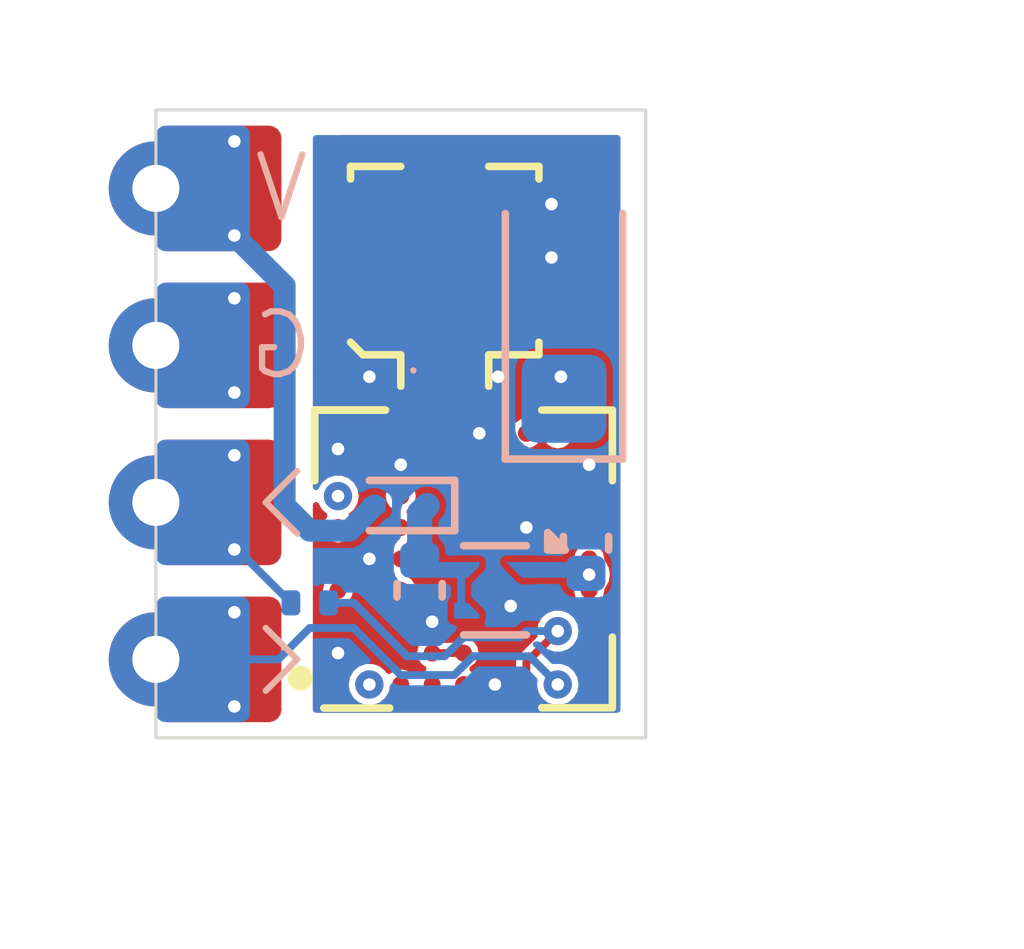
<source format=kicad_pcb>
(kicad_pcb (version 20240108) (generator "pcbnew") (generator_version "8.0")
  (layers (0 "F.Cu" signal) (1 "In1.Cu" signal) (2 "In2.Cu" signal) (31 "B.Cu" signal) (34 "B.Paste" user) (35 "F.Paste" user) (36 "B.SilkS" user "B.Silkscreen") (37 "F.SilkS" user "F.Silkscreen") (38 "B.Mask" user) (39 "F.Mask" user) (44 "Edge.Cuts" user))
  (net 0 "")
  (net 1 "GND")
  (net 2 "+5V")
  (net 3 "+3V3")
  (net 4 "Net-(D1-A)")
  (net 5 "Net-(J1-In)")
  (net 6 "Net-(R1-Pad1)")
  (net 7 "GNSS_Tx")
  (net 8 "GNSS_Rx")
  (net 9 "Net-(U1-Reserved-PadD2)")
  (net 28 "Net-(D2-K)")
  (net 29 "Net-(D2-A)")
  (footprint "PicoM10:solderpad_castellated_2x2mm" (layer "F.Cu") (at 100 100)
    (property "Reference" "TP4" (hide yes))
    (property "Value" "Rx_in")
    (pad "1" thru_hole circle (at 0 0) (size 1.5 1.5) (drill 0.75) (layers "*.Cu" "*.Mask") (net 8 "GNSS_Rx"))
    (pad "1" smd roundrect (at 0.75 0) (size 1.5 2) (layers "B.Cu" "B.Mask") (roundrect_rratio 0.1) (net 8 "GNSS_Rx"))
    (pad "1" smd roundrect (at 1 0) (size 2 2) (layers "F.Cu" "F.Mask") (roundrect_rratio 0.1) (net 8 "GNSS_Rx"))
  )
  (footprint "Connector_Coaxial:U.FL_Molex_MCRF_73412-0110_Vertical" (layer "F.Cu") (at 104.6 93.65)
    (property "Reference" "J1" (hide yes))
    (property "Value" "Conn_Coaxial")
    (fp_line (start -1.5 -1.5) (end -0.7 -1.5) (stroke (width 0.12)) (layer "F.SilkS"))
    (fp_line (start -1.5 -1.3) (end -1.5 -1.5) (stroke (width 0.12)) (layer "F.SilkS"))
    (fp_line (start -1.3 1.5) (end -1.5 1.3) (stroke (width 0.12)) (layer "F.SilkS"))
    (fp_line (start -0.7 1.5) (end -1.3 1.5) (stroke (width 0.12)) (layer "F.SilkS"))
    (fp_line (start -0.7 1.5) (end -0.7 2) (stroke (width 0.12)) (layer "F.SilkS"))
    (fp_line (start 0.7 -1.5) (end 1.5 -1.5) (stroke (width 0.12)) (layer "F.SilkS"))
    (fp_line (start 0.7 1.5) (end 0.7 2) (stroke (width 0.12)) (layer "F.SilkS"))
    (fp_line (start 1.5 -1.5) (end 1.5 -1.3) (stroke (width 0.12)) (layer "F.SilkS"))
    (fp_line (start 1.5 1.3) (end 1.5 1.5) (stroke (width 0.12)) (layer "F.SilkS"))
    (fp_line (start 1.5 1.5) (end 0.7 1.5) (stroke (width 0.12)) (layer "F.SilkS"))
    (pad "1" smd rect (at 0 1.5) (size 1 1) (layers "F.Cu" "F.Paste" "F.Mask") (net 5 "Net-(J1-In)"))
    (pad "2" smd rect (at -1.475 0) (size 1.05 2.2) (layers "F.Cu" "F.Paste" "F.Mask") (net 1 "GND"))
    (pad "2" smd rect (at 0 -1.5) (size 1 1) (layers "F.Cu" "F.Paste" "F.Mask") (net 1 "GND"))
    (pad "2" smd rect (at 1.475 0) (size 1.05 2.2) (layers "F.Cu" "F.Paste" "F.Mask") (net 1 "GND"))
  )
  (footprint "PicoM10:solderpad_castellated_2x2mm" (layer "F.Cu") (at 100 95)
    (property "Reference" "TP2" (hide yes))
    (property "Value" "Gnd")
    (pad "1" thru_hole circle (at 0 0) (size 1.5 1.5) (drill 0.75) (layers "*.Cu" "*.Mask") (net 1 "GND"))
    (pad "1" smd roundrect (at 0.75 0) (size 1.5 2) (layers "B.Cu" "B.Mask") (roundrect_rratio 0.1) (net 1 "GND"))
    (pad "1" smd roundrect (at 1 0) (size 2 2) (layers "F.Cu" "F.Mask") (roundrect_rratio 0.1) (net 1 "GND"))
  )
  (footprint "PicoM10:solderpad_castellated_2x2mm" (layer "F.Cu") (at 100 97.5)
    (property "Reference" "TP3" (hide yes))
    (property "Value" "Tx_out")
    (pad "1" thru_hole circle (at 0 0) (size 1.5 1.5) (drill 0.75) (layers "*.Cu" "*.Mask") (net 6 "Net-(R1-Pad1)"))
    (pad "1" smd roundrect (at 0.75 0) (size 1.5 2) (layers "B.Cu" "B.Mask") (roundrect_rratio 0.1) (net 6 "Net-(R1-Pad1)"))
    (pad "1" smd roundrect (at 1 0) (size 2 2) (layers "F.Cu" "F.Mask") (roundrect_rratio 0.1) (net 6 "Net-(R1-Pad1)"))
  )
  (footprint "PicoM10:solderpad_castellated_2x2mm" (layer "F.Cu") (at 100 92.5)
    (property "Reference" "TP1" (hide yes))
    (property "Value" "Vin")
    (pad "1" thru_hole circle (at 0 0) (size 1.5 1.5) (drill 0.75) (layers "*.Cu" "*.Mask") (net 4 "Net-(D1-A)"))
    (pad "1" smd roundrect (at 0.75 0) (size 1.5 2) (layers "B.Cu" "B.Mask") (roundrect_rratio 0.1) (net 4 "Net-(D1-A)"))
    (pad "1" smd roundrect (at 1 0) (size 2 2) (layers "F.Cu" "F.Mask") (roundrect_rratio 0.1) (net 4 "Net-(D1-A)"))
  )
  (footprint "PicoM10:SLGA-53_MIA-M10Q" (layer "F.Cu") (at 104.9 98.4 90)
    (property "Reference" "U1" (hide yes))
    (property "Value" "MIA-M10Q")
    (fp_line (start 2.37 -2.37) (end 2.37 -1.245) (stroke (width 0.12)) (layer "F.SilkS"))
    (fp_line (start 2.37 -2.37) (end 2.37 -1.245) (stroke (width 0.12)) (layer "F.SilkS"))
    (fp_line (start 2.37 -2.37) (end 2.37 -1.245) (stroke (width 0.12)) (layer "F.SilkS"))
    (fp_line (start 1.245 -2.37) (end 2.37 -2.37) (stroke (width 0.12)) (layer "F.SilkS"))
    (fp_line (start 1.245 -2.37) (end 2.37 -2.37) (stroke (width 0.12)) (layer "F.SilkS"))
    (fp_line (start 1.245 -2.37) (end 2.37 -2.37) (stroke (width 0.12)) (layer "F.SilkS"))
    (fp_line (start -2.375 -2.225) (end -2.375 -1.175) (stroke (width 0.12)) (layer "F.SilkS"))
    (fp_line (start 2.37 2.37) (end 2.37 1.245) (stroke (width 0.12)) (layer "F.SilkS"))
    (fp_line (start 1.245 2.37) (end 2.37 2.37) (stroke (width 0.12)) (layer "F.SilkS"))
    (fp_line (start -1.245 2.37) (end -2.37 2.37) (stroke (width 0.12)) (layer "F.SilkS"))
    (fp_line (start -2.37 2.37) (end -2.37 1.245) (stroke (width 0.12)) (layer "F.SilkS"))
    (fp_circle (center -1.9 -2.600001) (end -1.9 -2.5) (stroke (width 0.2)) (fill none) (layer "F.SilkS"))
    (pad "A1" smd circle (at -2 -2 90) (size 0.27 0.27) (layers "F.Cu" "F.Paste" "F.Mask") (net 1 "GND"))
    (pad "A2" smd circle (at -1.5 -2 90) (size 0.27 0.27) (layers "F.Cu" "F.Paste" "F.Mask") (net 1 "GND"))
    (pad "A3" smd circle (at -1 -2 90) (size 0.27 0.27) (layers "F.Cu" "F.Paste" "F.Mask") (net 1 "GND"))
    (pad "A4" smd circle (at -0.5 -2 90) (size 0.27 0.27) (layers "F.Cu" "F.Paste" "F.Mask"))
    (pad "A5" smd circle (at 0 -2.000001 90) (size 0.27 0.27) (layers "F.Cu" "F.Paste" "F.Mask") (net 1 "GND"))
    (pad "A6" smd circle (at 0.5 -2 90) (size 0.27 0.27) (layers "F.Cu" "F.Paste" "F.Mask"))
    (pad "A7" smd circle (at 1 -2 90) (size 0.27 0.27) (layers "F.Cu" "F.Paste" "F.Mask") (net 29 "Net-(D2-A)"))
    (pad "A8" smd circle (at 1.5 -2 90) (size 0.27 0.27) (layers "F.Cu" "F.Paste" "F.Mask") (net 1 "GND"))
    (pad "A9" smd circle (at 2 -2 90) (size 0.27 0.27) (layers "F.Cu" "F.Paste" "F.Mask") (net 1 "GND"))
    (pad "B1" smd circle (at -2 -1.5 90) (size 0.27 0.27) (layers "F.Cu" "F.Paste" "F.Mask") (net 3 "+3V3"))
    (pad "B2" smd circle (at -1.5 -1.5 90) (size 0.27 0.27) (layers "F.Cu" "F.Paste" "F.Mask") (net 1 "GND"))
    (pad "B8" smd circle (at 1.5 -1.5 90) (size 0.27 0.27) (layers "F.Cu" "F.Paste" "F.Mask") (net 1 "GND"))
    (pad "B9" smd circle (at 2 -1.5 90) (size 0.27 0.27) (layers "F.Cu" "F.Paste" "F.Mask") (net 5 "Net-(J1-In)"))
    (pad "C1" smd circle (at -2 -1 90) (size 0.27 0.27) (layers "F.Cu" "F.Paste" "F.Mask"))
    (pad "C3" smd circle (at -1 -1 90) (size 0.27 0.27) (layers "F.Cu" "F.Paste" "F.Mask") (net 1 "GND"))
    (pad "C4" smd circle (at -0.5 -1 90) (size 0.27 0.27) (layers "F.Cu" "F.Paste" "F.Mask"))
    (pad "C5" smd circle (at 0 -1 90) (size 0.27 0.27) (layers "F.Cu" "F.Paste" "F.Mask"))
    (pad "C6" smd circle (at 0.5 -1 90) (size 0.27 0.27) (layers "F.Cu" "F.Paste" "F.Mask"))
    (pad "C7" smd circle (at 1 -1 90) (size 0.27 0.27) (layers "F.Cu" "F.Paste" "F.Mask"))
    (pad "C9" smd circle (at 2 -1 90) (size 0.27 0.27) (layers "F.Cu" "F.Paste" "F.Mask") (net 1 "GND"))
    (pad "D1" smd circle (at -2 -0.5 90) (size 0.27 0.27) (layers "F.Cu" "F.Paste" "F.Mask"))
    (pad "D2" smd circle (at -1.5 -0.5 90) (size 0.27 0.27) (layers "F.Cu" "F.Paste" "F.Mask") (net 9 "Net-(U1-Reserved-PadD2)"))
    (pad "D9" smd circle (at 2 -0.5 90) (size 0.27 0.27) (layers "F.Cu" "F.Paste" "F.Mask"))
    (pad "E1" smd circle (at -2.000001 0 90) (size 0.27 0.27) (layers "F.Cu" "F.Paste" "F.Mask"))
    (pad "E2" smd circle (at -1.5 0 90) (size 0.27 0.27) (layers "F.Cu" "F.Paste" "F.Mask") (net 9 "Net-(U1-Reserved-PadD2)"))
    (pad "E3" smd circle (at -1 0 90) (size 0.27 0.27) (layers "F.Cu" "F.Paste" "F.Mask") (net 1 "GND"))
    (pad "E4" smd circle (at -0.499999 0 90) (size 0.27 0.27) (layers "F.Cu" "F.Paste" "F.Mask") (net 1 "GND"))
    (pad "E7" smd circle (at 1 0 90) (size 0.27 0.27) (layers "F.Cu" "F.Paste" "F.Mask"))
    (pad "E9" smd circle (at 2.000001 0 90) (size 0.27 0.27) (layers "F.Cu" "F.Paste" "F.Mask") (net 1 "GND"))
    (pad "F1" smd circle (at -2 0.5 90) (size 0.27 0.27) (layers "F.Cu" "F.Paste" "F.Mask") (net 1 "GND"))
    (pad "F3" smd circle (at -1 0.5 90) (size 0.27 0.27) (layers "F.Cu" "F.Paste" "F.Mask") (net 1 "GND"))
    (pad "F4" smd circle (at -0.5 0.5 90) (size 0.27 0.27) (layers "F.Cu" "F.Paste" "F.Mask") (net 1 "GND"))
    (pad "F7" smd circle (at 1 0.5 90) (size 0.27 0.27) (layers "F.Cu" "F.Paste" "F.Mask"))
    (pad "F9" smd circle (at 2 0.5 90) (size 0.27 0.27) (layers "F.Cu" "F.Paste" "F.Mask") (net 1 "GND"))
    (pad "G1" smd circle (at -2 1 90) (size 0.27 0.27) (layers "F.Cu" "F.Paste" "F.Mask") (net 7 "GNSS_Tx"))
    (pad "G3" smd circle (at -1 1 90) (size 0.27 0.27) (layers "F.Cu" "F.Paste" "F.Mask") (net 1 "GND"))
    (pad "G4" smd circle (at -0.5 1 90) (size 0.27 0.27) (layers "F.Cu" "F.Paste" "F.Mask") (net 1 "GND"))
    (pad "G5" smd circle (at 0 1 90) (size 0.27 0.27) (layers "F.Cu" "F.Paste" "F.Mask") (net 1 "GND"))
    (pad "G6" smd circle (at 0.5 1 90) (size 0.27 0.27) (layers "F.Cu" "F.Paste" "F.Mask") (net 1 "GND"))
    (pad "G7" smd circle (at 1 1 90) (size 0.27 0.27) (layers "F.Cu" "F.Paste" "F.Mask") (net 1 "GND"))
    (pad "G9" smd circle (at 2 1 90) (size 0.27 0.27) (layers "F.Cu" "F.Paste" "F.Mask"))
    (pad "H1" smd circle (at -2 1.5 90) (size 0.27 0.27) (layers "F.Cu" "F.Paste" "F.Mask") (net 8 "GNSS_Rx"))
    (pad "H8" smd circle (at 1.5 1.5 90) (size 0.27 0.27) (layers "F.Cu" "F.Paste" "F.Mask") (net 1 "GND"))
    (pad "H9" smd circle (at 2 1.5 90) (size 0.27 0.27) (layers "F.Cu" "F.Paste" "F.Mask"))
    (pad "J1" smd circle (at -2 2 90) (size 0.27 0.27) (layers "F.Cu" "F.Paste" "F.Mask"))
    (pad "J2" smd circle (at -1.5 2 90) (size 0.27 0.27) (layers "F.Cu" "F.Paste" "F.Mask"))
    (pad "J3" smd circle (at -1 2 90) (size 0.27 0.27) (layers "F.Cu" "F.Paste" "F.Mask"))
    (pad "J4" smd circle (at -0.5 2 90) (size 0.27 0.27) (layers "F.Cu" "F.Paste" "F.Mask") (net 3 "+3V3"))
    (pad "J5" smd circle (at 0 2.000001 90) (size 0.27 0.27) (layers "F.Cu" "F.Paste" "F.Mask") (net 3 "+3V3"))
    (pad "J6" smd circle (at 0.5 2 90) (size 0.27 0.27) (layers "F.Cu" "F.Paste" "F.Mask"))
    (pad "J7" smd circle (at 1 2 90) (size 0.27 0.27) (layers "F.Cu" "F.Paste" "F.Mask"))
    (pad "J8" smd circle (at 1.5 2 90) (size 0.27 0.27) (layers "F.Cu" "F.Paste" "F.Mask") (net 1 "GND"))
    (pad "J9" smd circle (at 2 2 90) (size 0.27 0.27) (layers "F.Cu" "F.Paste" "F.Mask") (net 1 "GND"))
  )
  (footprint "PicoM10:LED_0201_0603Metric_mod" (layer "B.Cu") (at 104.1 95.95 -90)
    (property "Reference" "D2" (hide yes))
    (property "Value" "LED")
    (fp_circle (center -0.55 0) (end -0.499999 0) (fill solid) (layer "B.SilkS"))
    (pad "1" smd roundrect (at -0.3 0 270) (size 0.3 0.4) (layers "B.Cu" "B.Paste" "B.Mask") (net 28 "Net-(D2-K)"))
    (pad "2" smd roundrect (at 0.3 0 270) (size 0.3 0.4) (layers "B.Cu" "B.Paste" "B.Mask") (net 29 "Net-(D2-A)"))
  )
  (footprint "Capacitor_SMD:C_0402_1005Metric" (layer "B.Cu") (at 104.2 98.9 -90)
    (property "Reference" "C1" (hide yes))
    (property "Value" "10uF")
    (fp_line (start 0.107836 0.36) (end -0.107836 0.36) (stroke (width 0.12)) (layer "B.SilkS"))
    (fp_line (start 0.107836 -0.36) (end -0.107836 -0.36) (stroke (width 0.12)) (layer "B.SilkS"))
    (pad "1" smd roundrect (at -0.48 0 270) (size 0.56 0.62) (layers "B.Cu" "B.Paste" "B.Mask") (net 2 "+5V"))
    (pad "2" smd roundrect (at 0.48 0 270) (size 0.56 0.62) (layers "B.Cu" "B.Paste" "B.Mask") (net 1 "GND"))
  )
  (footprint "PicoM10:R_0201_0603Metric_mod" (layer "B.Cu") (at 102.45 99.1)
    (property "Reference" "R1" (hide yes))
    (property "Value" "1k")
    (pad "1" smd roundrect (at -0.3 0) (size 0.3 0.4) (layers "B.Cu" "B.Paste" "B.Mask") (net 6 "Net-(R1-Pad1)"))
    (pad "2" smd roundrect (at 0.3 0) (size 0.3 0.4) (layers "B.Cu" "B.Paste" "B.Mask") (net 7 "GNSS_Tx"))
  )
  (footprint "PicoM10:R_0201_0603Metric_mod" (layer "B.Cu") (at 104.65 95.95 90)
    (property "Reference" "R2" (hide yes))
    (property "Value" "1k")
    (pad "1" smd roundrect (at -0.3 0 90) (size 0.3 0.4) (layers "B.Cu" "B.Paste" "B.Mask") (net 1 "GND"))
    (pad "2" smd roundrect (at 0.3 0 90) (size 0.3 0.4) (layers "B.Cu" "B.Paste" "B.Mask") (net 28 "Net-(D2-K)"))
  )
  (footprint "Package_DFN_QFN:UDFN-4-1EP_1x1mm_P0.65mm_EP0.48x0.48mm" (layer "B.Cu") (at 105.4 98.9 180)
    (property "Reference" "U2" (hide yes))
    (property "Value" "NCP160xMX")
    (fp_line (start -0.5 0.71) (end 0.5 0.71) (stroke (width 0.12)) (layer "B.SilkS"))
    (fp_line (start -0.5 -0.71) (end 0.5 -0.71) (stroke (width 0.12)) (layer "B.SilkS"))
    (fp_poly (pts (xy -0.84 0.64) (xy -1.12 0.64) (xy -0.84 0.92) (xy -0.84 0.64)) (stroke (width 0.12)) (fill solid) (layer "B.SilkS"))
    (pad "1" smd custom (at -0.54 0.325 180) (size 0.22 0.25) (layers "B.Cu" "B.Paste" "B.Mask") (net 3 "+3V3") (options (clearance outline) (anchor rect)) (primitives (gr_poly (pts (xy 0.11 -0.125) (xy 0.11 0.125) (xy 0.36 0.125)) (width 0) (fill yes))))
    (pad "2" smd custom (at -0.54 -0.325 180) (size 0.22 0.25) (layers "B.Cu" "B.Paste" "B.Mask") (net 1 "GND") (options (clearance outline) (anchor rect)) (primitives (gr_poly (pts (xy 0.29 -0.055) (xy 0.29 -0.125) (xy 0.11 -0.125) (xy 0.11 0.125)) (width 0) (fill yes))))
    (pad "3" smd custom (at 0.54 -0.325 180) (size 0.22 0.25) (layers "B.Cu" "B.Paste" "B.Mask") (net 2 "+5V") (options (clearance outline) (anchor rect)) (primitives (gr_poly (pts (xy -0.11 -0.125) (xy -0.29 -0.125) (xy -0.29 -0.055) (xy -0.11 0.125)) (width 0) (fill yes))))
    (pad "4" smd custom (at 0.54 0.325 180) (size 0.22 0.25) (layers "B.Cu" "B.Paste" "B.Mask") (net 2 "+5V") (options (clearance outline) (anchor rect)) (primitives (gr_poly (pts (xy -0.11 -0.125) (xy -0.29 0.055) (xy -0.29 0.125) (xy -0.11 0.125)) (width 0) (fill yes))))
    (pad "5" smd rect (at 0 0 135) (size 0.48 0.48) (layers "B.Cu" "B.Paste" "B.Mask") (net 1 "GND"))
  )
  (footprint "Capacitor_Tantalum_SMD:CP_EIA-3216-10_Kemet-I" (layer "B.Cu") (at 106.5 94.5 90)
    (property "Reference" "C4" (hide yes))
    (property "Value" "C_Polarized")
    (fp_line (start 1.6 -0.935) (end -2.31 -0.935) (stroke (width 0.12)) (layer "B.SilkS"))
    (fp_line (start -2.31 -0.935) (end -2.31 0.935) (stroke (width 0.12)) (layer "B.SilkS"))
    (fp_line (start -2.31 0.935) (end 1.6 0.935) (stroke (width 0.12)) (layer "B.SilkS"))
    (pad "1" smd roundrect (at -1.35 0 90) (size 1.4 1.35) (layers "B.Cu" "B.Paste" "B.Mask") (roundrect_rratio 0.185185) (net 3 "+3V3"))
    (pad "2" smd roundrect (at 1.35 0 90) (size 1.4 1.35) (layers "B.Cu" "B.Paste" "B.Mask") (roundrect_rratio 0.185185) (net 1 "GND"))
  )
  (footprint "Capacitor_SMD:C_0402_1005Metric" (layer "B.Cu") (at 106.85 98.15 90)
    (property "Reference" "C3" (hide yes))
    (property "Value" "10uF")
    (fp_line (start 0.107836 -0.36) (end -0.107836 -0.36) (stroke (width 0.12)) (layer "B.SilkS"))
    (fp_line (start 0.107836 0.36) (end -0.107836 0.36) (stroke (width 0.12)) (layer "B.SilkS"))
    (pad "1" smd roundrect (at -0.48 0 90) (size 0.56 0.62) (layers "B.Cu" "B.Paste" "B.Mask") (net 3 "+3V3"))
    (pad "2" smd roundrect (at 0.48 0 90) (size 0.56 0.62) (layers "B.Cu" "B.Paste" "B.Mask") (net 1 "GND"))
  )
  (footprint "Diode_SMD:D_SOD-923" (layer "B.Cu") (at 103.9 97.55 180)
    (property "Reference" "D1" (hide yes))
    (property "Value" "D_Schottky")
    (fp_line (start -0.86 0.4) (end 0.5 0.4) (stroke (width 0.12)) (layer "B.SilkS"))
    (fp_line (start -0.86 -0.4) (end 0.5 -0.4) (stroke (width 0.12)) (layer "B.SilkS"))
    (fp_line (start -0.86 -0.4) (end -0.86 0.4) (stroke (width 0.12)) (layer "B.SilkS"))
    (pad "1" smd roundrect (at -0.42 0) (size 0.36 0.25) (layers "B.Cu" "B.Paste" "B.Mask") (net 2 "+5V"))
    (pad "2" smd roundrect (at 0.42 0) (size 0.36 0.25) (layers "B.Cu" "B.Paste" "B.Mask") (net 4 "Net-(D1-A)"))
  )
  (gr_line (start 102.25 100) (end 101.75 100.5) (stroke (width 0.1)) (layer "B.SilkS"))
  (gr_line (start 101.75 99.5) (end 102.25 100) (stroke (width 0.1)) (layer "B.SilkS"))
  (gr_line (start 101.75 97.5) (end 102.25 98) (stroke (width 0.1)) (layer "B.SilkS"))
  (gr_line (start 101.75 97.5) (end 102.25 97) (stroke (width 0.1)) (layer "B.SilkS"))
  (gr_line (start 107.8 101.25) (end 100 101.25) (stroke (width 0.05)) (layer "Edge.Cuts"))
  (gr_line (start 100 101.25) (end 100 91.25) (stroke (width 0.05)) (layer "Edge.Cuts"))
  (gr_line (start 107.8 91.25) (end 107.8 101.25) (stroke (width 0.05)) (layer "Edge.Cuts"))
  (gr_line (start 100 91.25) (end 107.8 91.25) (stroke (width 0.05)) (layer "Edge.Cuts"))
  (gr_text "V" (at 102 92.5 0) (layer "B.SilkS") (effects (font (size 1 1) (thickness 0.1)) (justify mirror)))
  (gr_text "G" (at 102 95 0) (layer "B.SilkS") (effects (font (size 1 1) (thickness 0.1)) (justify mirror)))
  (segment (start 103.9 96.4) (end 103.9 96.9) (width 0.1) (layer "F.Cu") (net 1))
  (segment (start 104.9 98.899999) (end 105.399999 98.899999) (width 0.1) (layer "F.Cu") (net 1))
  (segment (start 104.900001 96.4) (end 104.9 96.399999) (width 0.1) (layer "F.Cu") (net 1))
  (segment (start 102.9 99.9) (end 102.9 100.4) (width 0.1) (layer "F.Cu") (net 1))
  (segment (start 106.9 96.4) (end 106.9 96.9) (width 0.1) (layer "F.Cu") (net 1))
  (segment (start 105.4 96.4) (end 104.900001 96.4) (width 0.1) (layer "F.Cu") (net 1))
  (segment (start 105.9 97.4) (end 106.4 96.9) (width 0.1) (layer "F.Cu") (net 1))
  (segment (start 103.4 96.9) (end 102.9 96.9) (width 0.1) (layer "F.Cu") (net 1))
  (segment (start 103.9 96.9) (end 103.4 96.9) (width 0.1) (layer "F.Cu") (net 1))
  (segment (start 105.4 98.9) (end 105.5 98.9) (width 0.1) (layer "F.Cu") (net 1))
  (segment (start 103.9 99.4) (end 104.4 99.4) (width 0.1) (layer "F.Cu") (net 1))
  (segment (start 102.9 99.9) (end 102.9 99.4) (width 0.1) (layer "F.Cu") (net 1))
  (segment (start 105.399999 98.899999) (end 105.4 98.9) (width 0.1) (layer "F.Cu") (net 1))
  (segment (start 102.899999 98.4) (end 103.4 98.4) (width 0.1) (layer "F.Cu") (net 1))
  (segment (start 103.4 99.9) (end 102.9 99.9) (width 0.1) (layer "F.Cu") (net 1))
  (segment (start 104.4 99.4) (end 104.9 99.4) (width 0.1) (layer "F.Cu") (net 1))
  (segment (start 105.9 98.9) (end 105.9 98.4) (width 0.1) (layer "F.Cu") (net 1))
  (segment (start 105.9 97.4) (end 105.9 97.9) (width 0.1) (layer "F.Cu") (net 1))
  (segment (start 102.9 96.9) (end 102.9 96.65) (width 0.1) (layer "F.Cu") (net 1))
  (segment (start 106.9 96.9) (end 106.4 96.9) (width 0.1) (layer "F.Cu") (net 1))
  (segment (start 105.5 99) (end 105.5 98.9) (width 0.1) (layer "F.Cu") (net 1))
  (segment (start 103.4 99.9) (end 103.9 99.4) (width 0.1) (layer "F.Cu") (net 1))
  (segment (start 104.9 99.4) (end 104.9 98.899999) (width 0.1) (layer "F.Cu") (net 1))
  (segment (start 105.9 98.9) (end 105.5 98.9) (width 0.1) (layer "F.Cu") (net 1))
  (segment (start 102.9 96.4) (end 102.9 96.65) (width 0.1) (layer "F.Cu") (net 1))
  (segment (start 105.9 99.4) (end 105.5 99) (width 0.1) (layer "F.Cu") (net 1))
  (segment (start 105.9 98.4) (end 105.9 97.9) (width 0.1) (layer "F.Cu") (net 1))
  (segment (start 105.5 99.3) (end 105.5 98.9) (width 0.1) (layer "F.Cu") (net 1))
  (segment (start 105.4 99.4) (end 105.5 99.3) (width 0.1) (layer "F.Cu") (net 1))
  (via (at 106.9 96.9) (size 0.45) (drill 0.2) (layers "F.Cu" "B.Cu") (net 1))
  (via (at 105.9 97.9) (size 0.45) (drill 0.2) (layers "F.Cu" "B.Cu") (net 1))
  (via (at 104.4 99.4) (size 0.45) (drill 0.2) (layers "F.Cu" "B.Cu") (net 1))
  (via (at 105.45 95.5) (size 0.45) (drill 0.2) (layers "F.Cu" "B.Cu") (net 1))
  (via (at 102.9 99.9) (size 0.45) (drill 0.2) (layers "F.Cu" "B.Cu") (net 1))
  (via (at 102.9 96.65) (size 0.45) (drill 0.2) (layers "F.Cu" "B.Cu") (net 1))
  (via (at 105.15 96.4) (size 0.45) (drill 0.2) (layers "F.Cu" "B.Cu") (net 1))
  (via (at 105.4 100.4) (size 0.45) (drill 0.2) (layers "F.Cu" "B.Cu") (net 1))
  (via (at 106.3 93.6) (size 0.45) (drill 0.2) (layers "F.Cu" "B.Cu") (net 1))
  (via (at 103.4 98.4) (size 0.45) (drill 0.2) (layers "F.Cu" "B.Cu") (net 1))
  (via (at 106.3 92.75) (size 0.45) (drill 0.2) (layers "F.Cu" "B.Cu") (net 1))
  (via (at 101.25 95.75) (size 0.45) (drill 0.2) (layers "F.Cu" "B.Cu") (net 1))
  (via (at 101.25 94.25) (size 0.45) (drill 0.2) (layers "F.Cu" "B.Cu") (net 1))
  (via (at 105.65 99.15) (size 0.45) (drill 0.2) (layers "F.Cu" "B.Cu") (net 1))
  (via (at 103.4 95.5) (size 0.45) (drill 0.2) (layers "F.Cu" "B.Cu") (net 1))
  (via (at 103.9 96.9) (size 0.45) (drill 0.2) (layers "F.Cu" "B.Cu") (net 1))
  (segment (start 104.32 97.55) (end 104.2 97.67) (width 0.4) (layer "B.Cu") (net 2))
  (segment (start 104.86 99.225) (end 104.86 98.575) (width 0.125) (layer "B.Cu") (net 2))
  (segment (start 104.86 98.575) (end 104.355 98.575) (width 0.25) (layer "B.Cu") (net 2))
  (segment (start 104.2 97.67) (end 104.2 98.42) (width 0.4) (layer "B.Cu") (net 2))
  (segment (start 104.355 98.575) (end 104.2 98.42) (width 0.25) (layer "B.Cu") (net 2))
  (segment (start 106.900001 98.649999) (end 106.9 98.65) (width 0.1) (layer "F.Cu") (net 3))
  (segment (start 106.900001 98.4) (end 106.900001 98.649999) (width 0.1) (layer "F.Cu") (net 3))
  (segment (start 106.9 98.9) (end 106.9 98.65) (width 0.1) (layer "F.Cu") (net 3))
  (via (at 106.9 98.65) (size 0.45) (drill 0.2) (layers "F.Cu" "B.Cu") (net 3))
  (via (at 106.45 95.5) (size 0.45) (drill 0.2) (layers "F.Cu" "B.Cu") (net 3))
  (via (at 103.4 100.4) (size 0.45) (drill 0.2) (layers "F.Cu" "B.Cu") (net 3))
  (segment (start 105.94 98.575) (end 106.825 98.575) (width 0.25) (layer "B.Cu") (net 3))
  (segment (start 106.825 98.575) (end 106.9 98.65) (width 0.25) (layer "B.Cu") (net 3))
  (via (at 101.25 93.25) (size 0.45) (drill 0.2) (layers "F.Cu" "B.Cu") (net 4))
  (via (at 101.25 91.75) (size 0.45) (drill 0.2) (layers "F.Cu" "B.Cu") (net 4))
  (segment (start 102.05 97.55) (end 102.05 94.05) (width 0.35) (layer "B.Cu") (net 4))
  (segment (start 103.48 97.55) (end 103.08 97.95) (width 0.35) (layer "B.Cu") (net 4))
  (segment (start 103.08 97.95) (end 102.45 97.95) (width 0.35) (layer "B.Cu") (net 4))
  (segment (start 102.45 97.95) (end 102.05 97.55) (width 0.35) (layer "B.Cu") (net 4))
  (segment (start 102.05 94.05) (end 101.25 93.25) (width 0.35) (layer "B.Cu") (net 4))
  (segment (start 103.4 96.4) (end 103.4 96.325) (width 0.25) (layer "F.Cu") (net 5))
  (segment (start 104.575 95.15) (end 104.6 95.15) (width 0.25) (layer "F.Cu") (net 5))
  (segment (start 103.4 96.325) (end 104.575 95.15) (width 0.25) (layer "F.Cu") (net 5))
  (via (at 101.25 98.25) (size 0.45) (drill 0.2) (layers "F.Cu" "B.Cu") (net 6))
  (via (at 101.25 96.75) (size 0.45) (drill 0.2) (layers "F.Cu" "B.Cu") (net 6))
  (segment (start 101.3 98.25) (end 102.15 99.1) (width 0.125) (layer "B.Cu") (net 6))
  (segment (start 101.25 98.25) (end 101.3 98.25) (width 0.125) (layer "B.Cu") (net 6))
  (segment (start 105.9 100.05) (end 105.9 100.4) (width 0.125) (layer "F.Cu") (net 7))
  (segment (start 106.4 99.55) (end 105.9 100.05) (width 0.125) (layer "F.Cu") (net 7))
  (via (at 106.4 99.55) (size 0.45) (drill 0.2) (layers "F.Cu" "B.Cu") (net 7))
  (segment (start 105.9 99.55) (end 105.8 99.65) (width 0.125) (layer "B.Cu") (net 7))
  (segment (start 103.15 99.1) (end 102.75 99.1) (width 0.125) (layer "B.Cu") (net 7))
  (segment (start 106.4 99.55) (end 106.3 99.65) (width 0.125) (layer "B.Cu") (net 7))
  (segment (start 106.4 99.55) (end 105.9 99.55) (width 0.125) (layer "B.Cu") (net 7))
  (segment (start 104 99.95) (end 103.15 99.1) (width 0.125) (layer "B.Cu") (net 7))
  (segment (start 104.6 99.95) (end 104 99.95) (width 0.125) (layer "B.Cu") (net 7))
  (segment (start 105.8 99.65) (end 104.9 99.65) (width 0.125) (layer "B.Cu") (net 7))
  (segment (start 104.9 99.65) (end 104.6 99.95) (width 0.125) (layer "B.Cu") (net 7))
  (via (at 101.25 99.25) (size 0.45) (drill 0.2) (layers "F.Cu" "B.Cu") (net 8))
  (via (at 101.25 100.75) (size 0.45) (drill 0.2) (layers "F.Cu" "B.Cu") (net 8))
  (via (at 106.4 100.4) (size 0.45) (drill 0.2) (layers "F.Cu" "B.Cu") (net 8))
  (segment (start 105.05 99.95) (end 104.75 100.25) (width 0.125) (layer "B.Cu") (net 8))
  (segment (start 103.9 100.25) (end 103.15 99.5) (width 0.125) (layer "B.Cu") (net 8))
  (segment (start 105.95 99.95) (end 105.05 99.95) (width 0.125) (layer "B.Cu") (net 8))
  (segment (start 103.15 99.5) (end 102.45 99.5) (width 0.125) (layer "B.Cu") (net 8))
  (segment (start 101.95 100) (end 100.75 100) (width 0.125) (layer "B.Cu") (net 8))
  (segment (start 102.45 99.5) (end 101.95 100) (width 0.125) (layer "B.Cu") (net 8))
  (segment (start 104.75 100.25) (end 103.9 100.25) (width 0.125) (layer "B.Cu") (net 8))
  (segment (start 106.4 100.4) (end 105.95 99.95) (width 0.125) (layer "B.Cu") (net 8))
  (segment (start 104.9 99.9) (end 104.4 99.9) (width 0.125) (layer "F.Cu") (net 9))
  (via (at 102.9 97.4) (size 0.45) (drill 0.2) (layers "F.Cu" "B.Cu") (net 29))
  (zone (net 1) (net_name "GND") (layer "F.Cu") (priority 2) (connect_pads yes (clearance 0.1)) (min_thickness 0.1) (fill yes (thermal_gap 0.5) (thermal_bridge_width 0.5))
    (polygon (pts (xy 102.5 91.25) (xy 102.5 101.25) (xy 107.75 101.25) (xy 107.75 91.25)))
  )
  (zone (net 1) (net_name "GND") (layer "B.Cu") (priority 3) (connect_pads yes (clearance 0.1)) (min_thickness 0.1) (fill yes (thermal_gap 0.5) (thermal_bridge_width 0.5))
    (polygon (pts (xy 102.5 91.25) (xy 102.5 101.25) (xy 107.75 101.25) (xy 107.75 91.25)))
  )
)
</source>
